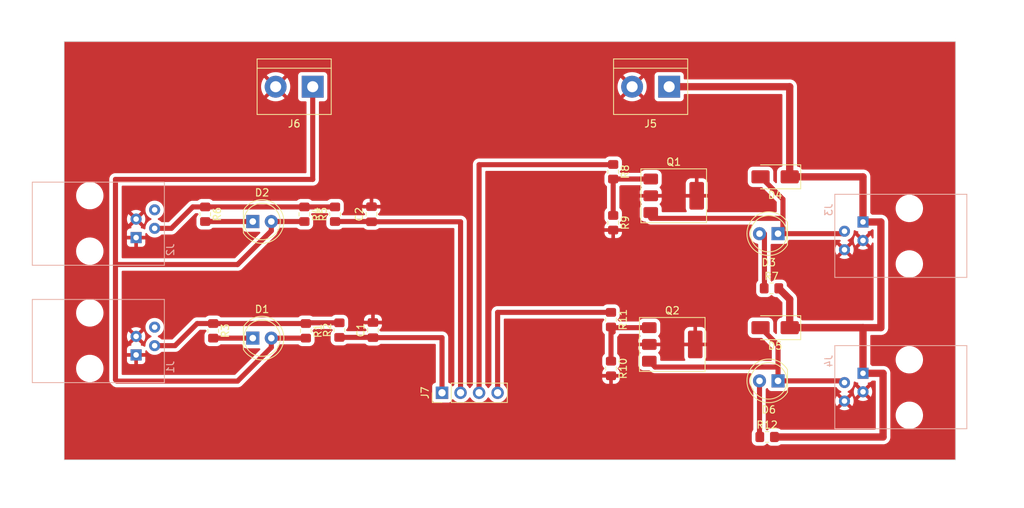
<source format=kicad_pcb>
(kicad_pcb (version 20221018) (generator pcbnew)
  (layers (0 "F.Cu" signal) (31 "B.Cu" signal) (34 "B.Paste" user) (35 "F.Paste" user) (36 "B.SilkS" user "B.Silkscreen") (37 "F.SilkS" user "F.Silkscreen") (38 "B.Mask" user) (39 "F.Mask" user) (44 "Edge.Cuts" user))
  (net 0 "")
  (net 1 "air extract sensor")
  (net 2 "GND")
  (net 3 "air pressure sensor")
  (net 4 "Net-(D1-K)")
  (net 5 "+3.3V")
  (net 6 "Net-(D2-K)")
  (net 7 "Net-(D3-K)")
  (net 8 "Net-(D3-A)")
  (net 9 "+24V")
  (net 10 "Net-(D5-A)")
  (net 11 "Net-(D6-A)")
  (net 12 "Net-(J1-Pad2)")
  (net 14 "Net-(J2-Pad2)")
  (net 16 "Valve 1")
  (net 17 "Valve 2")
  (net 18 "Net-(Q1-G)")
  (net 19 "Net-(Q2-G)")
  (footprint "Resistor_SMD:R_0805_2012Metric_Pad1.20x1.40mm_HandSolder" (layer "F.Cu") (at 131.665 81.2675)
    (fp_text reference "R7" (at 0 -1.65) (layer "F.SilkS"))
    (fp_text value "10 kOm")
    (fp_line (start -0.227064 -0.735) (end 0.227064 -0.735) (stroke (width 0.12)) (layer "F.SilkS"))
    (fp_line (start -0.227064 0.735) (end 0.227064 0.735) (stroke (width 0.12)) (layer "F.SilkS"))
    (pad "1" smd roundrect (at -1 0) (size 1.2 1.4) (layers "F.Cu" "F.Paste" "F.Mask") (roundrect_rratio 0.208333) (net 8 "Net-(D3-A)"))
    (pad "2" smd roundrect (at 1 0) (size 1.2 1.4) (layers "F.Cu" "F.Paste" "F.Mask") (roundrect_rratio 0.208333) (net 9 "+24V"))
  )
  (footprint "LED_THT:LED_D5.0mm" (layer "F.Cu") (at 60.556104 88.1)
    (fp_text reference "D1" (at 1.27 -3.96) (layer "F.SilkS"))
    (fp_text value "LED")
    (fp_line (start -1.29 -1.545) (end -1.29 1.545) (stroke (width 0.12)) (layer "F.SilkS"))
    (fp_arc (start -1.29 -1.54483) (mid 2.072002 -2.880433) (end 4.26 0.000462) (stroke (width 0.12)) (layer "F.SilkS"))
    (fp_arc (start 4.26 -0.000462) (mid 2.072002 2.880433) (end -1.29 1.54483) (stroke (width 0.12)) (layer "F.SilkS"))
    (fp_circle (center 1.27 0) (end 3.77 0) (stroke (width 0.12)) (fill none) (layer "F.SilkS"))
    (pad "1" thru_hole rect (at 0 0) (size 1.8 1.8) (drill 0.9) (layers "*.Cu" "*.Mask") (net 4 "Net-(D1-K)"))
    (pad "2" thru_hole circle (at 2.54 0) (size 1.8 1.8) (drill 0.9) (layers "*.Cu" "*.Mask") (net 5 "+3.3V"))
  )
  (footprint "PCM_Package_TO_SOT_SMD_AKL:SOT-223-3_TabPin2" (layer "F.Cu") (at 118.265 68.5675)
    (fp_text reference "Q1" (at 0 -4.644) (layer "F.SilkS"))
    (fp_text value "IRLL2705" hide)
    (fp_line (start -4.5 -3.7) (end 4.5 -3.7) (stroke (width 0.12)) (layer "F.SilkS"))
    (fp_line (start -4.5 3.7) (end -4.5 -3.7) (stroke (width 0.12)) (layer "F.SilkS"))
    (fp_line (start 4.5 -3.7) (end 4.5 3.7) (stroke (width 0.12)) (layer "F.SilkS"))
    (fp_line (start 4.5 3.7) (end -4.5 3.7) (stroke (width 0.12)) (layer "F.SilkS"))
    (pad "1" smd roundrect (at -3.15 -2.3) (size 2 1.5) (layers "F.Cu" "F.Paste" "F.Mask") (roundrect_rratio 0.1666666667) (net 18 "Net-(Q1-G)"))
    (pad "2" smd roundrect (at -3.15 0) (size 2 1.5) (layers "F.Cu" "F.Paste" "F.Mask") (roundrect_rratio 0.1666666667) (net 2 "GND"))
    (pad "2" smd roundrect (at 3.15 0) (size 2 3.8) (layers "F.Cu" "F.Paste" "F.Mask") (roundrect_rratio 0.125) (net 2 "GND"))
    (pad "3" smd roundrect (at -3.15 2.3) (size 2 1.5) (layers "F.Cu" "F.Paste" "F.Mask") (roundrect_rratio 0.1666666667) (net 7 "Net-(D3-K)"))
  )
  (footprint "Resistor_SMD:R_0805_2012Metric_Pad1.20x1.40mm_HandSolder" (layer "F.Cu") (at 67.831104 87.1 -90)
    (fp_text reference "R1" (at 0 -1.65 90) (layer "F.SilkS"))
    (fp_text value "2 kOm")
    (fp_line (start -0.227064 -0.735) (end 0.227064 -0.735) (stroke (width 0.12)) (layer "F.SilkS"))
    (fp_line (start -0.227064 0.735) (end 0.227064 0.735) (stroke (width 0.12)) (layer "F.SilkS"))
    (pad "1" smd roundrect (at -1 0 270) (size 1.2 1.4) (layers "F.Cu" "F.Paste" "F.Mask") (roundrect_rratio 0.208333) (net 12 "Net-(J1-Pad2)"))
    (pad "2" smd roundrect (at 1 0 270) (size 1.2 1.4) (layers "F.Cu" "F.Paste" "F.Mask") (roundrect_rratio 0.208333) (net 5 "+3.3V"))
  )
  (footprint "Resistor_SMD:R_0805_2012Metric_Pad1.20x1.40mm_HandSolder" (layer "F.Cu") (at 72.431104 87 90)
    (fp_text reference "R2" (at 0 -1.65 90) (layer "F.SilkS"))
    (fp_text value "2 kOm")
    (fp_line (start -0.227064 -0.735) (end 0.227064 -0.735) (stroke (width 0.12)) (layer "F.SilkS"))
    (fp_line (start -0.227064 0.735) (end 0.227064 0.735) (stroke (width 0.12)) (layer "F.SilkS"))
    (pad "1" smd roundrect (at -1 0 90) (size 1.2 1.4) (layers "F.Cu" "F.Paste" "F.Mask") (roundrect_rratio 0.208333) (net 1 "air extract sensor"))
    (pad "2" smd roundrect (at 1 0 90) (size 1.2 1.4) (layers "F.Cu" "F.Paste" "F.Mask") (roundrect_rratio 0.208333) (net 12 "Net-(J1-Pad2)"))
  )
  (footprint "Resistor_SMD:R_0805_2012Metric_Pad1.20x1.40mm_HandSolder" (layer "F.Cu") (at 131.065 101.6675)
    (fp_text reference "R12" (at 0 -1.65) (layer "F.SilkS"))
    (fp_text value "10 kOm")
    (fp_line (start -0.227064 -0.735) (end 0.227064 -0.735) (stroke (width 0.12)) (layer "F.SilkS"))
    (fp_line (start -0.227064 0.735) (end 0.227064 0.735) (stroke (width 0.12)) (layer "F.SilkS"))
    (pad "1" smd roundrect (at -1 0) (size 1.2 1.4) (layers "F.Cu" "F.Paste" "F.Mask") (roundrect_rratio 0.208333) (net 11 "Net-(D6-A)"))
    (pad "2" smd roundrect (at 1 0) (size 1.2 1.4) (layers "F.Cu" "F.Paste" "F.Mask") (roundrect_rratio 0.208333) (net 9 "+24V"))
  )
  (footprint "Resistor_SMD:R_0805_2012Metric_Pad1.20x1.40mm_HandSolder" (layer "F.Cu") (at 109.965 72.2675 -90)
    (fp_text reference "R9" (at 0 -1.65 90) (layer "F.SilkS"))
    (fp_text value "100 kOm")
    (fp_line (start -0.227064 -0.735) (end 0.227064 -0.735) (stroke (width 0.12)) (layer "F.SilkS"))
    (fp_line (start -0.227064 0.735) (end 0.227064 0.735) (stroke (width 0.12)) (layer "F.SilkS"))
    (pad "1" smd roundrect (at -1 0 270) (size 1.2 1.4) (layers "F.Cu" "F.Paste" "F.Mask") (roundrect_rratio 0.208333) (net 18 "Net-(Q1-G)"))
    (pad "2" smd roundrect (at 1 0 270) (size 1.2 1.4) (layers "F.Cu" "F.Paste" "F.Mask") (roundrect_rratio 0.208333) (net 2 "GND"))
  )
  (footprint "TerminalBlock:TerminalBlock_bornier-2_P5.08mm" (layer "F.Cu") (at 117.64 53.6 180)
    (fp_text reference "J5" (at 2.54 -5.08) (layer "F.SilkS"))
    (fp_text value "Screw_Terminal_01x02")
    (fp_line (start -2.54 -3.81) (end -2.54 3.81) (stroke (width 0.12)) (layer "F.SilkS"))
    (fp_line (start -2.54 3.81) (end 7.62 3.81) (stroke (width 0.12)) (layer "F.SilkS"))
    (fp_line (start 7.62 -3.81) (end -2.54 -3.81) (stroke (width 0.12)) (layer "F.SilkS"))
    (fp_line (start 7.62 2.54) (end -2.54 2.54) (stroke (width 0.12)) (layer "F.SilkS"))
    (fp_line (start 7.62 3.81) (end 7.62 -3.81) (stroke (width 0.12)) (layer "F.SilkS"))
    (pad "1" thru_hole rect (at 0 0 180) (size 3 3) (drill 1.52) (layers "*.Cu" "*.Mask") (net 9 "+24V"))
    (pad "2" thru_hole circle (at 5.08 0 180) (size 3 3) (drill 1.52) (layers "*.Cu" "*.Mask") (net 2 "GND"))
  )
  (footprint "Resistor_SMD:R_0805_2012Metric_Pad1.20x1.40mm_HandSolder" (layer "F.Cu") (at 54.031104 71.1 -90)
    (fp_text reference "R6" (at 0 -1.65 90) (layer "F.SilkS"))
    (fp_text value "200 Om")
    (fp_line (start -0.227064 -0.735) (end 0.227064 -0.735) (stroke (width 0.12)) (layer "F.SilkS"))
    (fp_line (start -0.227064 0.735) (end 0.227064 0.735) (stroke (width 0.12)) (layer "F.SilkS"))
    (pad "1" smd roundrect (at -1 0 270) (size 1.2 1.4) (layers "F.Cu" "F.Paste" "F.Mask") (roundrect_rratio 0.208333) (net 14 "Net-(J2-Pad2)"))
    (pad "2" smd roundrect (at 1 0 270) (size 1.2 1.4) (layers "F.Cu" "F.Paste" "F.Mask") (roundrect_rratio 0.208333) (net 6 "Net-(D2-K)"))
  )
  (footprint "Diode_SMD:D_SMA" (layer "F.Cu") (at 132.165 86.6675 180)
    (fp_text reference "D5" (at 0 -2.5) (layer "F.SilkS"))
    (fp_text value "D_Schottky")
    (fp_line (start -3.51 -1.65) (end -3.51 1.65) (stroke (width 0.12)) (layer "F.SilkS"))
    (fp_line (start -3.51 -1.65) (end 2 -1.65) (stroke (width 0.12)) (layer "F.SilkS"))
    (fp_line (start -3.51 1.65) (end 2 1.65) (stroke (width 0.12)) (layer "F.SilkS"))
    (pad "1" smd roundrect (at -2 0 180) (size 2.5 1.8) (layers "F.Cu" "F.Paste" "F.Mask") (roundrect_rratio 0.1388888889) (net 9 "+24V"))
    (pad "2" smd roundrect (at 2 0 180) (size 2.5 1.8) (layers "F.Cu" "F.Paste" "F.Mask") (roundrect_rratio 0.1388888889) (net 10 "Net-(D5-A)"))
  )
  (footprint "Resistor_SMD:R_0805_2012Metric_Pad1.20x1.40mm_HandSolder" (layer "F.Cu") (at 109.665 92.2675 -90)
    (fp_text reference "R10" (at 0 -1.65 90) (layer "F.SilkS"))
    (fp_text value "100 kOm")
    (fp_line (start -0.227064 -0.735) (end 0.227064 -0.735) (stroke (width 0.12)) (layer "F.SilkS"))
    (fp_line (start -0.227064 0.735) (end 0.227064 0.735) (stroke (width 0.12)) (layer "F.SilkS"))
    (pad "1" smd roundrect (at -1 0 270) (size 1.2 1.4) (layers "F.Cu" "F.Paste" "F.Mask") (roundrect_rratio 0.208333) (net 19 "Net-(Q2-G)"))
    (pad "2" smd roundrect (at 1 0 270) (size 1.2 1.4) (layers "F.Cu" "F.Paste" "F.Mask") (roundrect_rratio 0.208333) (net 2 "GND"))
  )
  (footprint "Capacitor_SMD:C_0805_2012Metric_Pad1.18x1.45mm_HandSolder" (layer "F.Cu") (at 76.831104 71.1 90)
    (fp_text reference "C2" (at 0 -1.68 90) (layer "F.SilkS"))
    (fp_text value "0.1 uF")
    (fp_line (start -0.261252 -0.735) (end 0.261252 -0.735) (stroke (width 0.12)) (layer "F.SilkS"))
    (fp_line (start -0.261252 0.735) (end 0.261252 0.735) (stroke (width 0.12)) (layer "F.SilkS"))
    (pad "1" smd roundrect (at -1.0375 0 90) (size 1.175 1.45) (layers "F.Cu" "F.Paste" "F.Mask") (roundrect_rratio 0.212766) (net 3 "air pressure sensor"))
    (pad "2" smd roundrect (at 1.0375 0 90) (size 1.175 1.45) (layers "F.Cu" "F.Paste" "F.Mask") (roundrect_rratio 0.212766) (net 2 "GND"))
  )
  (footprint "TerminalBlock:TerminalBlock_bornier-2_P5.08mm" (layer "F.Cu") (at 68.771104 53.6 180)
    (fp_text reference "J6" (at 2.54 -5.08) (layer "F.SilkS"))
    (fp_text value "Screw_Terminal_01x02")
    (fp_line (start -2.54 -3.81) (end -2.54 3.81) (stroke (width 0.12)) (layer "F.SilkS"))
    (fp_line (start -2.54 3.81) (end 7.62 3.81) (stroke (width 0.12)) (layer "F.SilkS"))
    (fp_line (start 7.62 -3.81) (end -2.54 -3.81) (stroke (width 0.12)) (layer "F.SilkS"))
    (fp_line (start 7.62 2.54) (end -2.54 2.54) (stroke (width 0.12)) (layer "F.SilkS"))
    (fp_line (start 7.62 3.81) (end 7.62 -3.81) (stroke (width 0.12)) (layer "F.SilkS"))
    (pad "1" thru_hole rect (at 0 0 180) (size 3 3) (drill 1.52) (layers "*.Cu" "*.Mask") (net 5 "+3.3V"))
    (pad "2" thru_hole circle (at 5.08 0 180) (size 3 3) (drill 1.52) (layers "*.Cu" "*.Mask") (net 2 "GND"))
  )
  (footprint "Resistor_SMD:R_0805_2012Metric_Pad1.20x1.40mm_HandSolder" (layer "F.Cu") (at 55.131104 87.1 -90)
    (fp_text reference "R3" (at 0 -1.65 90) (layer "F.SilkS"))
    (fp_text value "200 Om")
    (fp_line (start -0.227064 -0.735) (end 0.227064 -0.735) (stroke (width 0.12)) (layer "F.SilkS"))
    (fp_line (start -0.227064 0.735) (end 0.227064 0.735) (stroke (width 0.12)) (layer "F.SilkS"))
    (pad "1" smd roundrect (at -1 0 270) (size 1.2 1.4) (layers "F.Cu" "F.Paste" "F.Mask") (roundrect_rratio 0.208333) (net 12 "Net-(J1-Pad2)"))
    (pad "2" smd roundrect (at 1 0 270) (size 1.2 1.4) (layers "F.Cu" "F.Paste" "F.Mask") (roundrect_rratio 0.208333) (net 4 "Net-(D1-K)"))
  )
  (footprint "LED_THT:LED_D5.0mm" (layer "F.Cu") (at 60.556104 72.1)
    (fp_text reference "D2" (at 1.27 -3.96) (layer "F.SilkS"))
    (fp_text value "LED")
    (fp_line (start -1.29 -1.545) (end -1.29 1.545) (stroke (width 0.12)) (layer "F.SilkS"))
    (fp_arc (start -1.29 -1.54483) (mid 2.072002 -2.880433) (end 4.26 0.000462) (stroke (width 0.12)) (layer "F.SilkS"))
    (fp_arc (start 4.26 -0.000462) (mid 2.072002 2.880433) (end -1.29 1.54483) (stroke (width 0.12)) (layer "F.SilkS"))
    (fp_circle (center 1.27 0) (end 3.77 0) (stroke (width 0.12)) (fill none) (layer "F.SilkS"))
    (pad "1" thru_hole rect (at 0 0) (size 1.8 1.8) (drill 0.9) (layers "*.Cu" "*.Mask") (net 6 "Net-(D2-K)"))
    (pad "2" thru_hole circle (at 2.54 0) (size 1.8 1.8) (drill 0.9) (layers "*.Cu" "*.Mask") (net 5 "+3.3V"))
  )
  (footprint "Resistor_SMD:R_0805_2012Metric_Pad1.20x1.40mm_HandSolder" (layer "F.Cu") (at 109.665 85.5675 -90)
    (fp_text reference "R11" (at 0 -1.65 90) (layer "F.SilkS"))
    (fp_text value "200 Om")
    (fp_line (start -0.227064 -0.735) (end 0.227064 -0.735) (stroke (width 0.12)) (layer "F.SilkS"))
    (fp_line (start -0.227064 0.735) (end 0.227064 0.735) (stroke (width 0.12)) (layer "F.SilkS"))
    (pad "1" smd roundrect (at -1 0 270) (size 1.2 1.4) (layers "F.Cu" "F.Paste" "F.Mask") (roundrect_rratio 0.208333) (net 17 "Valve 2"))
    (pad "2" smd roundrect (at 1 0 270) (size 1.2 1.4) (layers "F.Cu" "F.Paste" "F.Mask") (roundrect_rratio 0.208333) (net 19 "Net-(Q2-G)"))
  )
  (footprint "PCM_Package_TO_SOT_SMD_AKL:SOT-223-3_TabPin2" (layer "F.Cu") (at 118.065 88.9675)
    (fp_text reference "Q2" (at 0 -4.644) (layer "F.SilkS"))
    (fp_text value "IRLL2705" hide)
    (fp_line (start -4.5 -3.7) (end 4.5 -3.7) (stroke (width 0.12)) (layer "F.SilkS"))
    (fp_line (start -4.5 3.7) (end -4.5 -3.7) (stroke (width 0.12)) (layer "F.SilkS"))
    (fp_line (start 4.5 -3.7) (end 4.5 3.7) (stroke (width 0.12)) (layer "F.SilkS"))
    (fp_line (start 4.5 3.7) (end -4.5 3.7) (stroke (width 0.12)) (layer "F.SilkS"))
    (pad "1" smd roundrect (at -3.15 -2.3) (size 2 1.5) (layers "F.Cu" "F.Paste" "F.Mask") (roundrect_rratio 0.1666666667) (net 19 "Net-(Q2-G)"))
    (pad "2" smd roundrect (at -3.15 0) (size 2 1.5) (layers "F.Cu" "F.Paste" "F.Mask") (roundrect_rratio 0.1666666667) (net 2 "GND"))
    (pad "2" smd roundrect (at 3.15 0) (size 2 3.8) (layers "F.Cu" "F.Paste" "F.Mask") (roundrect_rratio 0.125) (net 2 "GND"))
    (pad "3" smd roundrect (at -3.15 2.3) (size 2 1.5) (layers "F.Cu" "F.Paste" "F.Mask") (roundrect_rratio 0.1666666667) (net 10 "Net-(D5-A)"))
  )
  (footprint "Resistor_SMD:R_0805_2012Metric_Pad1.20x1.40mm_HandSolder" (layer "F.Cu") (at 67.631104 71.1 -90)
    (fp_text reference "R4" (at 0 -1.65 90) (layer "F.SilkS"))
    (fp_text value "2 kOm")
    (fp_line (start -0.227064 -0.735) (end 0.227064 -0.735) (stroke (width 0.12)) (layer "F.SilkS"))
    (fp_line (start -0.227064 0.735) (end 0.227064 0.735) (stroke (width 0.12)) (layer "F.SilkS"))
    (pad "1" smd roundrect (at -1 0 270) (size 1.2 1.4) (layers "F.Cu" "F.Paste" "F.Mask") (roundrect_rratio 0.208333) (net 14 "Net-(J2-Pad2)"))
    (pad "2" smd roundrect (at 1 0 270) (size 1.2 1.4) (layers "F.Cu" "F.Paste" "F.Mask") (roundrect_rratio 0.208333) (net 5 "+3.3V"))
  )
  (footprint "LED_THT:LED_D5.0mm" (layer "F.Cu") (at 132.565 93.9675 180)
    (fp_text reference "D6" (at 1.27 -3.96) (layer "F.SilkS"))
    (fp_text value "LED")
    (fp_line (start -1.29 -1.545) (end -1.29 1.545) (stroke (width 0.12)) (layer "F.SilkS"))
    (fp_arc (start -1.29 -1.54483) (mid 2.072002 -2.880433) (end 4.26 0.000462) (stroke (width 0.12)) (layer "F.SilkS"))
    (fp_arc (start 4.26 -0.000462) (mid 2.072002 2.880433) (end -1.29 1.54483) (stroke (width 0.12)) (layer "F.SilkS"))
    (fp_circle (center 1.27 0) (end 3.77 0) (stroke (width 0.12)) (fill none) (layer "F.SilkS"))
    (pad "1" thru_hole rect (at 0 0 180) (size 1.8 1.8) (drill 0.9) (layers "*.Cu" "*.Mask") (net 10 "Net-(D5-A)"))
    (pad "2" thru_hole circle (at 2.54 0 180) (size 1.8 1.8) (drill 0.9) (layers "*.Cu" "*.Mask") (net 11 "Net-(D6-A)"))
  )
  (footprint "Capacitor_SMD:C_0805_2012Metric_Pad1.18x1.45mm_HandSolder" (layer "F.Cu") (at 77.031104 87 90)
    (fp_text reference "C1" (at 0 -1.68 90) (layer "F.SilkS"))
    (fp_text value "0.1 uF")
    (fp_line (start -0.261252 -0.735) (end 0.261252 -0.735) (stroke (width 0.12)) (layer "F.SilkS"))
    (fp_line (start -0.261252 0.735) (end 0.261252 0.735) (stroke (width 0.12)) (layer "F.SilkS"))
    (pad "1" smd roundrect (at -1.0375 0 90) (size 1.175 1.45) (layers "F.Cu" "F.Paste" "F.Mask") (roundrect_rratio 0.212766) (net 1 "air extract sensor"))
    (pad "2" smd roundrect (at 1.0375 0 90) (size 1.175 1.45) (layers "F.Cu" "F.Paste" "F.Mask") (roundrect_rratio 0.212766) (net 2 "GND"))
  )
  (footprint "Resistor_SMD:R_0805_2012Metric_Pad1.20x1.40mm_HandSolder" (layer "F.Cu") (at 109.965 65.2675 -90)
    (fp_text reference "R8" (at 0 -1.65 90) (layer "F.SilkS"))
    (fp_text value "200 Om")
    (fp_line (start -0.227064 -0.735) (end 0.227064 -0.735) (stroke (width 0.12)) (layer "F.SilkS"))
    (fp_line (start -0.227064 0.735) (end 0.227064 0.735) (stroke (width 0.12)) (layer "F.SilkS"))
    (pad "1" smd roundrect (at -1 0 270) (size 1.2 1.4) (layers "F.Cu" "F.Paste" "F.Mask") (roundrect_rratio 0.208333) (net 16 "Valve 1"))
    (pad "2" smd roundrect (at 1 0 270) (size 1.2 1.4) (layers "F.Cu" "F.Paste" "F.Mask") (roundrect_rratio 0.208333) (net 18 "Net-(Q1-G)"))
  )
  (footprint "LED_THT:LED_D5.0mm" (layer "F.Cu") (at 132.565 73.7675 180)
    (fp_text reference "D3" (at 1.27 -3.96) (layer "F.SilkS"))
    (fp_text value "LED")
    (fp_line (start -1.29 -1.545) (end -1.29 1.545) (stroke (width 0.12)) (layer "F.SilkS"))
    (fp_arc (start -1.29 -1.54483) (mid 2.072002 -2.880433) (end 4.26 0.000462) (stroke (width 0.12)) (layer "F.SilkS"))
    (fp_arc (start 4.26 -0.000462) (mid 2.072002 2.880433) (end -1.29 1.54483) (stroke (width 0.12)) (layer "F.SilkS"))
    (fp_circle (center 1.27 0) (end 3.77 0) (stroke (width 0.12)) (fill none) (layer "F.SilkS"))
    (pad "1" thru_hole rect (at 0 0 180) (size 1.8 1.8) (drill 0.9) (layers "*.Cu" "*.Mask") (net 7 "Net-(D3-K)"))
    (pad "2" thru_hole circle (at 2.54 0 180) (size 1.8 1.8) (drill 0.9) (layers "*.Cu" "*.Mask") (net 8 "Net-(D3-A)"))
  )
  (footprint "Resistor_SMD:R_0805_2012Metric_Pad1.20x1.40mm_HandSolder" (layer "F.Cu") (at 71.831104 71.1 90)
    (fp_text reference "R5" (at 0 -1.65 90) (layer "F.SilkS"))
    (fp_text value "2 kOm")
    (fp_line (start -0.227064 -0.735) (end 0.227064 -0.735) (stroke (width 0.12)) (layer "F.SilkS"))
    (fp_line (start -0.227064 0.735) (end 0.227064 0.735) (stroke (width 0.12)) (layer "F.SilkS"))
    (pad "1" smd roundrect (at -1 0 90) (size 1.2 1.4) (layers "F.Cu" "F.Paste" "F.Mask") (roundrect_rratio 0.208333) (net 3 "air pressure sensor"))
    (pad "2" smd roundrect (at 1 0 90) (size 1.2 1.4) (layers "F.Cu" "F.Paste" "F.Mask") (roundrect_rratio 0.208333) (net 14 "Net-(J2-Pad2)"))
  )
  (footprint "Connector_PinHeader_2.54mm:PinHeader_1x04_P2.54mm_Vertical" (layer "F.Cu") (at 86.5 95.6 90)
    (fp_text reference "J7" (at 0 -2.33 90) (layer "F.SilkS"))
    (fp_text value "Conn_01x04_Pin")
    (fp_line (start -1.33 -1.33) (end 0 -1.33) (stroke (width 0.12)) (layer "F.SilkS"))
    (fp_line (start -1.33 0) (end -1.33 -1.33) (stroke (width 0.12)) (layer "F.SilkS"))
    (fp_line (start -1.33 1.27) (end -1.33 8.95) (stroke (width 0.12)) (layer "F.SilkS"))
    (fp_line (start -1.33 1.27) (end 1.33 1.27) (stroke (width 0.12)) (layer "F.SilkS"))
    (fp_line (start -1.33 8.95) (end 1.33 8.95) (stroke (width 0.12)) (layer "F.SilkS"))
    (fp_line (start 1.33 1.27) (end 1.33 8.95) (stroke (width 0.12)) (layer "F.SilkS"))
    (pad "1" thru_hole rect (at 0 0 90) (size 1.7 1.7) (drill 1) (layers "*.Cu" "*.Mask") (net 1 "air extract sensor"))
    (pad "2" thru_hole oval (at 0 2.54 90) (size 1.7 1.7) (drill 1) (layers "*.Cu" "*.Mask") (net 3 "air pressure sensor"))
    (pad "3" thru_hole oval (at 0 5.08 90) (size 1.7 1.7) (drill 1) (layers "*.Cu" "*.Mask") (net 16 "Valve 1"))
    (pad "4" thru_hole oval (at 0 7.62 90) (size 1.7 1.7) (drill 1) (layers "*.Cu" "*.Mask") (net 17 "Valve 2"))
  )
  (footprint "Diode_SMD:D_SMA" (layer "F.Cu") (at 132.165 65.9675 180)
    (fp_text reference "D4" (at 0 -2.5) (layer "F.SilkS"))
    (fp_text value "D_Schottky")
    (fp_line (start -3.51 -1.65) (end -3.51 1.65) (stroke (width 0.12)) (layer "F.SilkS"))
    (fp_line (start -3.51 -1.65) (end 2 -1.65) (stroke (width 0.12)) (layer "F.SilkS"))
    (fp_line (start -3.51 1.65) (end 2 1.65) (stroke (width 0.12)) (layer "F.SilkS"))
    (pad "1" smd roundrect (at -2 0 180) (size 2.5 1.8) (layers "F.Cu" "F.Paste" "F.Mask") (roundrect_rratio 0.1388888889) (net 9 "+24V"))
    (pad "2" smd roundrect (at 2 0 180) (size 2.5 1.8) (layers "F.Cu" "F.Paste" "F.Mask") (roundrect_rratio 0.1388888889) (net 7 "Net-(D3-K)"))
  )
  (footprint "Library:4P4C_narrow" (layer "B.Cu") (at 47.101104 74.305 90)
    (fp_text reference "J2" (at -1.67 2.16 90) (layer "B.SilkS") (effects (justify mirror)))
    (fp_text value "4P4C")
    (fp_line (start -3.8 -16.77) (end -3.8 1.33) (stroke (width 0.12)) (layer "B.SilkS"))
    (fp_line (start -3.8 1.33) (end 7.61 1.33) (stroke (width 0.12)) (layer "B.SilkS"))
    (fp_line (start 7.61 -16.77) (end -3.81 -16.77) (stroke (width 0.12)) (layer "B.SilkS"))
    (fp_line (start 7.61 1.33) (end 7.61 -16.77) (stroke (width 0.12)) (layer "B.SilkS"))
    (pad "" np_thru_hole circle (at -1.86 -8.89 90) (size 3.25 3.25) (drill 3.25) (layers "*.Cu" "*.Mask"))
    (pad "" np_thru_hole circle (at 5.76 -8.89 90) (size 3.25 3.25) (drill 3.25) (layers "*.Cu" "*.Mask"))
    (pad "1" thru_hole rect (at 0 -2.54 90) (size 1.52 1.52) (drill 0.76) (layers "*.Cu" "*.Mask") (net 2 "GND"))
    (pad "2" thru_hole circle (at 1.27 0 90) (size 1.52 1.52) (drill 0.76) (layers "*.Cu" "*.Mask") (net 14 "Net-(J2-Pad2)"))
    (pad "3" thru_hole circle (at 2.54 -2.54 90) (size 1.52 1.52) (drill 0.76) (layers "*.Cu" "*.Mask") (net 2 "GND"))
    (pad "4" thru_hole circle (at 3.81 0 90) (size 1.52 1.52) (drill 0.76) (layers "*.Cu" "*.Mask"))
  )
  (footprint "Library:4P4C_narrow" (layer "B.Cu") (at 141.675 72.1625 -90)
    (fp_text reference "J3" (at -1.67 2.16 90) (layer "B.SilkS") (effects (justify mirror)))
    (fp_text value "4P4C")
    (fp_line (start -3.8 -16.77) (end -3.8 1.33) (stroke (width 0.12)) (layer "B.SilkS"))
    (fp_line (start -3.8 1.33) (end 7.61 1.33) (stroke (width 0.12)) (layer "B.SilkS"))
    (fp_line (start 7.61 -16.77) (end -3.81 -16.77) (stroke (width 0.12)) (layer "B.SilkS"))
    (fp_line (start 7.61 1.33) (end 7.61 -16.77) (stroke (width 0.12)) (layer "B.SilkS"))
    (pad "" np_thru_hole circle (at -1.86 -8.89 270) (size 3.25 3.25) (drill 3.25) (layers "*.Cu" "*.Mask"))
    (pad "" np_thru_hole circle (at 5.76 -8.89 270) (size 3.25 3.25) (drill 3.25) (layers "*.Cu" "*.Mask"))
    (pad "1" thru_hole rect (at 0 -2.54 270) (size 1.52 1.52) (drill 0.76) (layers "*.Cu" "*.Mask") (net 9 "+24V"))
    (pad "2" thru_hole circle (at 1.27 0 270) (size 1.52 1.52) (drill 0.76) (layers "*.Cu" "*.Mask") (net 7 "Net-(D3-K)"))
    (pad "3" thru_hole circle (at 2.54 -2.54 270) (size 1.52 1.52) (drill 0.76) (layers "*.Cu" "*.Mask") (net 2 "GND"))
    (pad "4" thru_hole circle (at 3.81 0 270) (size 1.52 1.52) (drill 0.76) (layers "*.Cu" "*.Mask") (net 2 "GND"))
  )
  (footprint "Library:4P4C_narrow" (layer "B.Cu") (at 47.101104 90.405 90)
    (fp_text reference "J1" (at -1.67 2.16 90) (layer "B.SilkS") (effects (justify mirror)))
    (fp_text value "4P4C")
    (fp_line (start -3.8 -16.77) (end -3.8 1.33) (stroke (width 0.12)) (layer "B.SilkS"))
    (fp_line (start -3.8 1.33) (end 7.61 1.33) (stroke (width 0.12)) (layer "B.SilkS"))
    (fp_line (start 7.61 -16.77) (end -3.81 -16.77) (stroke (width 0.12)) (layer "B.SilkS"))
    (fp_line (start 7.61 1.33) (end 7.61 -16.77) (stroke (width 0.12)) (layer "B.SilkS"))
    (pad "" np_thru_hole circle (at -1.86 -8.89 90) (size 3.25 3.25) (drill 3.25) (layers "*.Cu" "*.Mask"))
    (pad "" np_thru_hole circle (at 5.76 -8.89 90) (size 3.25 3.25) (drill 3.25) (layers "*.Cu" "*.Mask"))
    (pad "1" thru_hole rect (at 0 -2.54 90) (size 1.52 1.52) (drill 0.76) (layers "*.Cu" "*.Mask") (net 2 "GND"))
    (pad "2" thru_hole circle (at 1.27 0 90) (size 1.52 1.52) (drill 0.76) (layers "*.Cu" "*.Mask") (net 12 "Net-(J1-Pad2)"))
    (pad "3" thru_hole circle (at 2.54 -2.54 90) (size 1.52 1.52) (drill 0.76) (layers "*.Cu" "*.Mask") (net 2 "GND"))
    (pad "4" thru_hole circle (at 3.81 0 90) (size 1.52 1.52) (drill 0.76) (layers "*.Cu" "*.Mask"))
  )
  (footprint "Library:4P4C_narrow" (layer "B.Cu") (at 141.675 92.9275 -90)
    (fp_text reference "J4" (at -1.67 2.16 90) (layer "B.SilkS") (effects (justify mirror)))
    (fp_text value "4P4C")
    (fp_line (start -3.8 -16.77) (end -3.8 1.33) (stroke (width 0.12)) (layer "B.SilkS"))
    (fp_line (start -3.8 1.33) (end 7.61 1.33) (stroke (width 0.12)) (layer "B.SilkS"))
    (fp_line (start 7.61 -16.77) (end -3.81 -16.77) (stroke (width 0.12)) (layer "B.SilkS"))
    (fp_line (start 7.61 1.33) (end 7.61 -16.77) (stroke (width 0.12)) (layer "B.SilkS"))
    (pad "" np_thru_hole circle (at -1.86 -8.89 270) (size 3.25 3.25) (drill 3.25) (layers "*.Cu" "*.Mask"))
    (pad "" np_thru_hole circle (at 5.76 -8.89 270) (size 3.25 3.25) (drill 3.25) (layers "*.Cu" "*.Mask"))
    (pad "1" thru_hole rect (at 0 -2.54 270) (size 1.52 1.52) (drill 0.76) (layers "*.Cu" "*.Mask") (net 9 "+24V"))
    (pad "2" thru_hole circle (at 1.27 0 270) (size 1.52 1.52) (drill 0.76) (layers "*.Cu" "*.Mask") (net 10 "Net-(D5-A)"))
    (pad "3" thru_hole circle (at 2.54 -2.54 270) (size 1.52 1.52) (drill 0.76) (layers "*.Cu" "*.Mask") (net 2 "GND"))
    (pad "4" thru_hole circle (at 3.81 0 270) (size 1.52 1.52) (drill 0.76) (layers "*.Cu" "*.Mask") (net 2 "GND"))
  )
  (gr_rect (start 34.7 47.4) (end 156.9 104.8) (stroke (width 0.1)) (fill none) (layer "Edge.Cuts"))
  (segment (start 86.5 88.0375) (end 86.5 95.6) (width 0.7) (layer "F.Cu") (net 1))
  (segment (start 76.993604 88) (end 77.031104 88.0375) (width 0.7) (layer "F.Cu") (net 1))
  (segment (start 72.431104 88) (end 76.993604 88) (width 0.7) (layer "F.Cu") (net 1))
  (segment (start 77.031104 88.0375) (end 86.5 88.0375) (width 0.7) (layer "F.Cu") (net 1))
  (segment (start 89.04 72.1375) (end 89.04 95.6) (width 0.7) (layer "F.Cu") (net 3))
  (segment (start 71.831104 72.1) (end 76.793604 72.1) (width 0.7) (layer "F.Cu") (net 3))
  (segment (start 76.793604 72.1) (end 76.831104 72.1375) (width 0.7) (layer "F.Cu") (net 3))
  (segment (start 76.831104 72.1375) (end 89.04 72.1375) (width 0.7) (layer "F.Cu") (net 3))
  (segment (start 55.131104 88.1) (end 60.556104 88.1) (width 0.7) (layer "F.Cu") (net 4))
  (segment (start 58.468896 78) (end 41.731104 78) (width 0.7) (layer "F.Cu") (net 5))
  (segment (start 68.771104 53.6) (end 68.771104 66.32) (width 0.7) (layer "F.Cu") (net 5))
  (segment (start 68.771104 66.32) (end 41.731104 66.32) (width 0.7) (layer "F.Cu") (net 5))
  (segment (start 67.831104 88.1) (end 63.096104 88.1) (width 0.7) (layer "F.Cu") (net 5))
  (segment (start 63.096104 72.1) (end 67.631104 72.1) (width 0.7) (layer "F.Cu") (net 5))
  (segment (start 41.731104 78) (end 41.731104 93.8) (width 0.7) (layer "F.Cu") (net 5))
  (segment (start 63.096104 72.1) (end 63.096104 73.372792) (width 0.7) (layer "F.Cu") (net 5))
  (segment (start 41.931104 94) (end 58.468896 94) (width 0.7) (layer "F.Cu") (net 5))
  (segment (start 58.468896 94) (end 63.096104 89.372792) (width 0.7) (layer "F.Cu") (net 5))
  (segment (start 63.096104 73.372792) (end 58.468896 78) (width 0.7) (layer "F.Cu") (net 5))
  (segment (start 63.096104 89.372792) (end 63.096104 88.1) (width 0.7) (layer "F.Cu") (net 5))
  (segment (start 41.731104 66.32) (end 41.731104 78) (width 0.7) (layer "F.Cu") (net 5))
  (segment (start 41.731104 93.8) (end 41.931104 94) (width 0.7) (layer "F.Cu") (net 5))
  (segment (start 60.556104 72.1) (end 54.031104 72.1) (width 0.7) (layer "F.Cu") (net 6))
  (segment (start 133.24 71.3675) (end 132.94 71.6675) (width 0.7) (layer "F.Cu") (net 7))
  (segment (start 133.24 73.7675) (end 141.34 73.7675) (width 0.7) (layer "F.Cu") (net 7))
  (segment (start 133.24 69.0425) (end 130.165 65.9675) (width 0.7) (layer "F.Cu") (net 7))
  (segment (start 115.165 71.6675) (end 115.115 71.6175) (width 0.7) (layer "F.Cu") (net 7))
  (segment (start 141.34 73.7675) (end 141.675 73.4325) (width 0.7) (layer "F.Cu") (net 7))
  (segment (start 133.24 71.3675) (end 133.24 69.0425) (width 0.7) (layer "F.Cu") (net 7))
  (segment (start 132.94 71.6675) (end 115.165 71.6675) (width 0.7) (layer "F.Cu") (net 7))
  (segment (start 133.24 73.7675) (end 133.24 71.3675) (width 0.7) (layer "F.Cu") (net 7))
  (segment (start 115.115 71.6175) (end 115.115 70.8675) (width 0.7) (layer "F.Cu") (net 7))
  (segment (start 130.7 73.7675) (end 130.7 81.2325) (width 0.7) (layer "F.Cu") (net 8))
  (segment (start 130.7 81.2325) (end 130.665 81.2675) (width 0.7) (layer "F.Cu") (net 8))
  (segment (start 134.165 86.6675) (end 146.665 86.6675) (width 1) (layer "F.Cu") (net 9))
  (segment (start 144.215 86.6675) (end 144.215 92.9275) (width 1) (layer "F.Cu") (net 9))
  (segment (start 146.965 92.9275) (end 144.215 92.9275) (width 1) (layer "F.Cu") (net 9))
  (segment (start 144.215 65.9675) (end 134.165 65.9675) (width 1) (layer "F.Cu") (net 9))
  (segment (start 132.065 101.6675) (end 146.965 101.6675) (width 1) (layer "F.Cu") (net 9))
  (segment (start 134.165 86.6675) (end 144.215 86.6675) (width 1) (layer "F.Cu") (net 9))
  (segment (start 146.665 72.1625) (end 144.215 72.1625) (width 1) (layer "F.Cu") (net 9))
  (segment (start 146.965 101.6675) (end 146.965 92.9275) (width 1) (layer "F.Cu") (net 9))
  (segment (start 117.64 53.6) (end 134.165 53.6) (width 1) (layer "F.Cu") (net 9))
  (segment (start 134.165 82.7675) (end 132.665 81.2675) (width 1) (layer "F.Cu") (net 9))
  (segment (start 134.165 86.6675) (end 134.165 82.7675) (width 1) (layer "F.Cu") (net 9))
  (segment (start 134.165 53.6) (end 134.165 65.9675) (width 1) (layer "F.Cu") (net 9))
  (segment (start 144.215 72.1625) (end 144.215 65.9675) (width 1) (layer "F.Cu") (net 9))
  (segment (start 146.665 86.6675) (end 146.665 72.1625) (width 1) (layer "F.Cu") (net 9))
  (segment (start 132.565 93.9675) (end 141.445 93.9675) (width 0.7) (layer "F.Cu") (net 10))
  (segment (start 114.915 91.2675) (end 115.715 92.0675) (width 0.7) (layer "F.Cu") (net 10))
  (segment (start 141.445 93.9675) (end 141.675 94.1975) (width 0.7) (layer "F.Cu") (net 10))
  (segment (start 115.715 92.0675) (end 132.565 92.0675) (width 0.7) (layer "F.Cu") (net 10))
  (segment (start 130.165 86.6675) (end 132.565 89.0675) (width 0.7) (layer "F.Cu") (net 10))
  (segment (start 132.565 89.0675) (end 132.565 92.0675) (width 0.7) (layer "F.Cu") (net 10))
  (segment (start 132.565 92.0675) (end 132.565 93.9675) (width 0.7) (layer "F.Cu") (net 10))
  (segment (start 130.025 101.6275) (end 130.065 101.6675) (width 0.7) (layer "F.Cu") (net 11))
  (segment (start 130.025 93.9675) (end 130.025 101.6275) (width 0.7) (layer "F.Cu") (net 11))
  (segment (start 72.431104 86) (end 67.931104 86) (width 0.7) (layer "F.Cu") (net 12))
  (segment (start 67.931104 86) (end 67.831104 86.1) (width 0.7) (layer "F.Cu") (net 12))
  (segment (start 67.831104 86.1) (end 55.131104 86.1) (width 0.7) (layer "F.Cu") (net 12))
  (segment (start 47.101104 89.135) (end 49.896104 89.135) (width 0.7) (layer "F.Cu") (net 12))
  (segment (start 52.931104 86.1) (end 55.131104 86.1) (width 0.7) (layer "F.Cu") (net 12))
  (segment (start 49.896104 89.135) (end 52.931104 86.1) (width 0.7) (layer "F.Cu") (net 12))
  (segment (start 49.396104 73.035) (end 47.101104 73.035) (width 0.7) (layer "F.Cu") (net 14))
  (segment (start 67.631104 70.1) (end 54.031104 70.1) (width 0.7) (layer "F.Cu") (net 14))
  (segment (start 52.331104 70.1) (end 49.396104 73.035) (width 0.7) (layer "F.Cu") (net 14))
  (segment (start 71.831104 70.1) (end 67.631104 70.1) (width 0.7) (layer "F.Cu") (net 14))
  (segment (start 54.031104 70.1) (end 52.331104 70.1) (width 0.7) (layer "F.Cu") (net 14))
  (segment (start 109.9325 64.3) (end 91.58 64.3) (width 0.7) (layer "F.Cu") (net 16))
  (segment (start 91.58 64.3) (end 91.58 95.6) (width 0.7) (layer "F.Cu") (net 16))
  (segment (start 109.965 64.2675) (end 109.9325 64.3) (width 0.7) (layer "F.Cu") (net 16))
  (segment (start 109.665 84.5675) (end 94.12 84.5675) (width 0.7) (layer "F.Cu") (net 17))
  (segment (start 94.12 84.5675) (end 94.12 95.6) (width 0.7) (layer "F.Cu") (net 17))
  (segment (start 109.965 66.2675) (end 109.965 71.2675) (width 0.7) (layer "F.Cu") (net 18))
  (segment (start 115.115 66.2675) (end 109.965 66.2675) (width 0.7) (layer "F.Cu") (net 18))
  (segment (start 114.915 86.6675) (end 109.765 86.6675) (width 0.7) (layer "F.Cu") (net 19))
  (segment (start 109.965 87.2675) (end 109.865 87.1675) (width 0.7) (layer "F.Cu") (net 19))
  (segment (start 109.665 86.5675) (end 109.665 91.2675) (width 0.7) (layer "F.Cu") (net 19))
  (zone (net 2) (net_name "GND") (layer "F.Cu") (connect_pads (clearance 0.5)) (min_thickness 0.25) (fill yes (thermal_gap 0.5) (thermal_bridge_width 0.5))
    (polygon (pts (xy 26.3 41.9) (xy 166.3 41.7) (xy 166.1 111.2) (xy 25.9 111.4) (xy 26.5 41.9)))
  )
)
</source>
